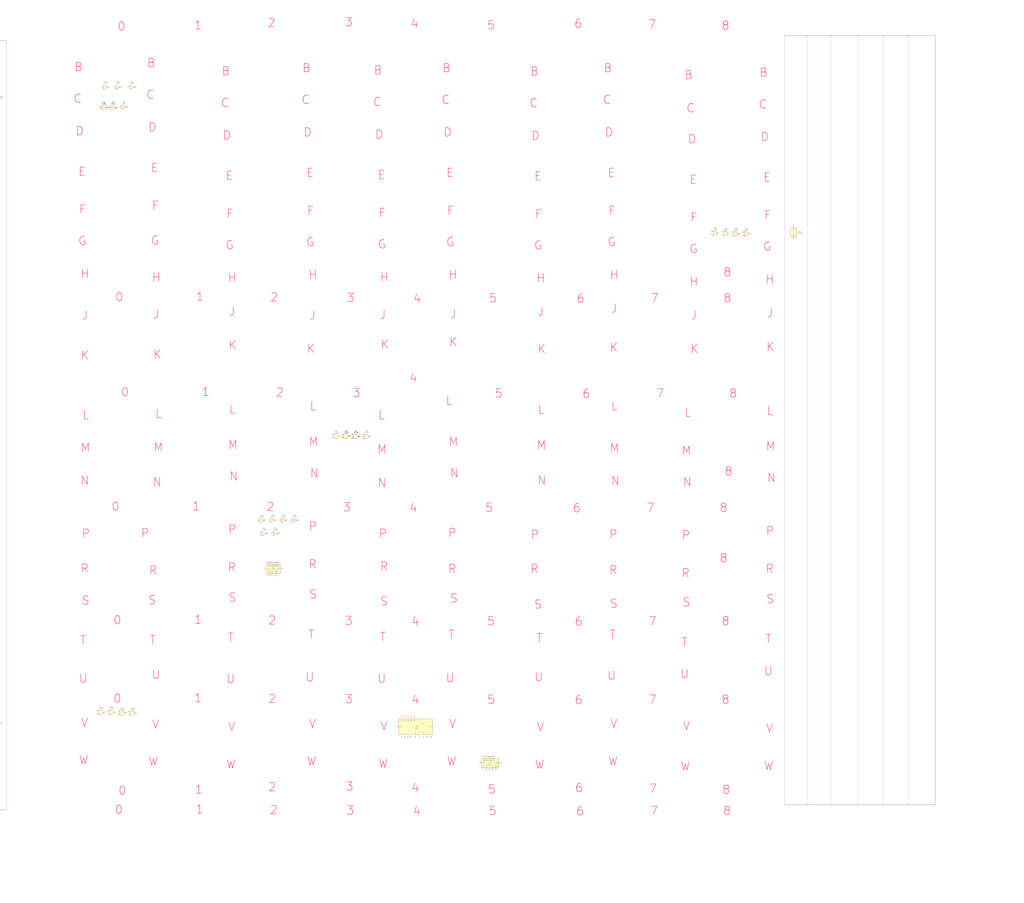
<source format=kicad_sch>
(kicad_sch (version 20230121) (generator eeschema)
  (paper "User" 1700 1500)
  (junction (at 1466.215 59.69))
  (junction (at 1466.215 1336.675))
  (junction (at 1423.67 59.69))
  (junction (at 1339.85 1336.675))
  (junction (at 1423.67 1336.675))
  (junction (at 1508.125 59.69))
  (junction (at 1379.22 1336.675))
  (junction (at -110.49 67.945))
  (junction (at -110.49 1344.93))
  (junction (at -26.67 67.945))
  (junction (at -26.67 1344.93))
  (junction (at -66.04 67.945))
  (junction (at 1339.85 59.69))
  (junction (at 1379.22 59.69))
  (junction (at -66.04 1344.93))
  (junction (at -153.035 67.945))
  (junction (at -153.035 1344.93))
  (junction (at -194.945 1344.93))
  (junction (at -194.945 67.945))
  (junction (at 1508.125 1336.675))
  (no_connect (at -421.005 452.755))
  (no_connect (at -380.365 452.755))
  (no_connect (at -459.105 465.455))
  (no_connect (at -556.895 452.755))
  (no_connect (at -428.625 452.755))
  (no_connect (at -597.535 465.455))
  (no_connect (at -436.245 465.455))
  (no_connect (at -589.915 452.755))
  (no_connect (at -426.085 465.455))
  (no_connect (at -567.055 452.755))
  (no_connect (at -370.205 452.755))
  (no_connect (at -451.485 452.755))
  (no_connect (at -549.275 452.755))
  (no_connect (at -372.745 465.455))
  (no_connect (at -446.405 465.455))
  (no_connect (at -589.915 465.455))
  (no_connect (at -385.445 452.755))
  (no_connect (at -587.375 452.755))
  (no_connect (at -561.975 452.755))
  (no_connect (at -367.665 465.455))
  (no_connect (at -466.725 452.755))
  (no_connect (at -451.485 465.455))
  (no_connect (at -461.645 452.755))
  (no_connect (at -370.205 465.455))
  (no_connect (at -600.075 465.455))
  (no_connect (at -559.435 452.755))
  (no_connect (at -400.685 465.455))
  (no_connect (at -466.725 465.455))
  (no_connect (at -582.295 452.755))
  (no_connect (at -471.805 465.455))
  (no_connect (at -602.615 452.755))
  (no_connect (at -584.835 452.755))
  (no_connect (at -372.745 452.755))
  (no_connect (at -582.295 465.455))
  (no_connect (at -456.565 465.455))
  (no_connect (at -446.405 452.755))
  (no_connect (at -605.155 465.455))
  (no_connect (at -431.165 465.455))
  (no_connect (at -443.865 465.455))
  (no_connect (at -554.355 452.755))
  (no_connect (at -464.185 465.455))
  (no_connect (at -597.535 452.755))
  (no_connect (at -456.565 452.755))
  (no_connect (at -387.985 465.455))
  (no_connect (at -454.025 452.755))
  (no_connect (at -385.445 465.455))
  (no_connect (at -393.065 465.455))
  (no_connect (at -474.345 465.455))
  (no_connect (at -365.125 465.455))
  (no_connect (at -594.995 452.755))
  (no_connect (at -503.555 465.455))
  (no_connect (at -605.155 452.755))
  (no_connect (at -569.595 452.755))
  (no_connect (at -395.605 452.755))
  (no_connect (at -423.545 452.755))
  (no_connect (at -592.455 452.755))
  (no_connect (at -587.375 465.455))
  (no_connect (at -426.085 452.755))
  (no_connect (at -433.705 465.455))
  (no_connect (at -592.455 465.455))
  (no_connect (at -469.265 465.455))
  (no_connect (at -418.465 465.455))
  (no_connect (at -428.625 465.455))
  (no_connect (at -574.675 465.455))
  (no_connect (at -521.335 465.455))
  (no_connect (at -579.755 465.455))
  (no_connect (at -572.135 452.755))
  (no_connect (at -474.345 452.755))
  (no_connect (at -367.665 452.755))
  (no_connect (at -377.825 452.755))
  (no_connect (at -375.285 452.755))
  (no_connect (at -398.145 465.455))
  (no_connect (at -421.005 465.455))
  (no_connect (at -607.695 452.755))
  (no_connect (at -454.025 465.455))
  (no_connect (at -375.285 465.455))
  (no_connect (at -395.605 465.455))
  (no_connect (at -448.945 465.455))
  (no_connect (at -476.885 465.455))
  (no_connect (at -584.835 465.455))
  (no_connect (at -461.645 465.455))
  (no_connect (at -377.825 465.455))
  (no_connect (at -521.335 452.755))
  (no_connect (at -600.075 452.755))
  (no_connect (at -602.615 465.455))
  (no_connect (at -398.145 452.755))
  (no_connect (at -400.685 452.755))
  (no_connect (at -431.165 452.755))
  (no_connect (at -476.885 452.755))
  (no_connect (at -479.425 452.755))
  (no_connect (at -387.985 452.755))
  (no_connect (at -574.675 452.755))
  (no_connect (at -594.995 465.455))
  (no_connect (at -579.755 452.755))
  (no_connect (at -551.815 452.755))
  (no_connect (at -390.525 465.455))
  (no_connect (at -610.235 452.755))
  (no_connect (at -612.775 452.755))
  (no_connect (at -564.515 452.755))
  (no_connect (at -610.235 465.455))
  (wire (pts (xy 1466.215 1336.675) (xy 1508.125 1336.675)))
  (wire (pts (xy -66.04 1344.93) (xy -26.67 1344.93)))
  (wire (pts (xy 1423.67 1336.675) (xy 1423.67 59.69)))
  (wire (pts (xy -110.49 1344.93) (xy -66.04 1344.93)))
  (wire (pts (xy 1339.85 1336.675) (xy 1339.85 59.69)))
  (wire (pts (xy 1339.85 59.69) (xy 1302.385 59.69)))
  (wire (pts (xy 1508.125 1336.675) (xy 1508.125 59.69)))
  (wire (pts (xy 1339.85 1336.675) (xy 1379.22 1336.675)))
  (wire (pts (xy 1379.22 1336.675) (xy 1423.67 1336.675)))
  (wire (pts (xy 1508.125 59.69) (xy 1466.215 59.69)))
  (wire (pts (xy 1302.385 1336.675) (xy 1339.85 1336.675)))
  (wire (pts (xy 1466.215 1336.675) (xy 1466.215 59.69)))
  (wire (pts (xy 1466.215 59.69) (xy 1423.67 59.69)))
  (wire (pts (xy 1552.575 1336.675) (xy 1552.575 59.69)))
  (wire (pts (xy -239.395 1344.93) (xy -194.945 1344.93)))
  (wire (pts (xy 1379.22 59.69) (xy 1339.85 59.69)))
  (wire (pts (xy -66.04 67.945) (xy -110.49 67.945)))
  (wire (pts (xy 1423.67 59.69) (xy 1379.22 59.69)))
  (wire (pts (xy -153.035 67.945) (xy -153.035 1344.93)))
  (wire (pts (xy -194.945 1344.93) (xy -153.035 1344.93)))
  (wire (pts (xy -194.945 67.945) (xy -239.395 67.945)))
  (wire (pts (xy -239.395 67.945) (xy -239.395 1344.93)))
  (wire (pts (xy -110.49 67.945) (xy -110.49 1344.93)))
  (wire (pts (xy -153.035 1344.93) (xy -110.49 1344.93)))
  (wire (pts (xy -26.67 67.945) (xy -26.67 1344.93)))
  (wire (pts (xy -194.945 67.945) (xy -194.945 1344.93)))
  (wire (pts (xy 1379.22 1336.675) (xy 1379.22 59.69)))
  (wire (pts (xy -110.49 67.945) (xy -153.035 67.945)))
  (wire (pts (xy -26.67 1344.93) (xy 10.795 1344.93)))
  (wire (pts (xy 1423.67 1336.675) (xy 1466.215 1336.675)))
  (wire (pts (xy 10.795 67.945) (xy -26.67 67.945)))
  (wire (pts (xy 1552.575 59.69) (xy 1508.125 59.69)))
  (wire (pts (xy -66.04 67.945) (xy -66.04 1344.93)))
  (wire (pts (xy -26.67 67.945) (xy -66.04 67.945)))
  (wire (pts (xy 1508.125 1336.675) (xy 1552.575 1336.675)))
  (wire (pts (xy -153.035 67.945) (xy -194.945 67.945)))
  (rectangle (start -239.395 67.945) (end 10.795 1344.93))
  (rectangle (start 1552.575 1336.675) (end 1302.385 59.69))
  (text "7" (at 1090.295 1040.13 0) (effects (font (size 14 14) (thickness 0.6) bold) (justify right bottom)))
  (text "U" (at 390.525 1136.015 0) (effects (font (size 14 14) (thickness 0.6) bold) (justify right bottom)))
  (text "7" (at 1102.995 661.67 0) (effects (font (size 14 14) (thickness 0.6) bold) (justify right bottom)))
  (text "B" (at 635 125.095 0) (effects (font (size 14 14) (thickness 0.6) bold) (justify right bottom)))
  (text "W" (at 1146.175 1280.795 0) (effects (font (size 14 14) (thickness 0.6) bold) (justify right bottom)))
  (text "G" (at 388.62 415.29 0) (effects (font (size 14 14) (thickness 0.6) bold) (justify right bottom)))
  (text "C" (at 1015.365 173.99 0) (effects (font (size 14 14) (thickness 0.6) bold) (justify right bottom)))
  (text "E" (at 899.795 300.99 0) (effects (font (size 14 14) (thickness 0.6) bold) (justify right bottom)))
  (text "K" (at 646.43 580.39 0) (effects (font (size 14 14) (thickness 0.6) bold) (justify right bottom)))
  (text "G" (at 1158.875 421.64 0) (effects (font (size 14 14) (thickness 0.6) bold) (justify right bottom)))
  (text "0" (at 204.47 1353.185 0) (effects (font (size 14 14) (thickness 0.6) bold) (justify right bottom)))
  (text "J" (at 641.35 531.495 0) (effects (font (size 14 14) (thickness 0.6) bold) (justify right bottom)))
  (text "E" (at 1157.605 306.705 0) (effects (font (size 14 14) (thickness 0.6) bold) (justify right bottom)))
  (text "1" (at 338.455 1352.55 0) (effects (font (size 14 14) (thickness 0.6) bold) (justify right bottom)))
  (text "5" (at 825.5 503.555 0) (effects (font (size 14 14) (thickness 0.6) bold) (justify right bottom)))
  (text "6" (at 965.835 1557.655 0) (effects (font (size 14 14) (thickness 0.6) bold) (justify right bottom)))
  (text "1" (at 334.01 1554.48 0) (effects (font (size 14 14) (thickness 0.6) bold) (justify right bottom)))
  (text "8" (at 1212.85 1320.165 0) (effects (font (size 14 14) (thickness 0.6) bold) (justify right bottom)))
  (text "N" (at 907.415 806.45 0) (effects (font (size 14 14) (thickness 0.6) bold) (justify right bottom)))
  (text "8" (at 1208.405 851.535 0) (effects (font (size 14 14) (thickness 0.6) bold) (justify right bottom)))
  (text "3" (at 598.805 661.035 0) (effects (font (size 14 14) (thickness 0.6) bold) (justify right bottom)))
  (text "W" (at 644.525 1276.35 0) (effects (font (size 14 14) (thickness 0.6) bold) (justify right bottom)))
  (text "5" (at 820.42 1557.02 0) (effects (font (size 14 14) (thickness 0.6) bold) (justify right bottom)))
  (text "T" (at 522.605 1062.355 0) (effects (font (size 14 14) (thickness 0.6) bold) (justify right bottom)))
  (text "8" (at 1224.28 661.67 0) (effects (font (size 14 14) (thickness 0.6) bold) (justify right bottom)))
  (text "K" (at 1026.795 585.47 0) (effects (font (size 14 14) (thickness 0.6) bold) (justify right bottom)))
  (text "D" (at 384.175 233.045 0) (effects (font (size 14 14) (thickness 0.6) bold) (justify right bottom)))
  (text "T" (at 1022.985 1062.355 0) (effects (font (size 14 14) (thickness 0.6) bold) (justify right bottom)))
  (text "7" (at 1093.47 503.555 0) (effects (font (size 14 14) (thickness 0.6) bold) (justify right bottom)))
  (text "7" (at 1092.835 1355.09 0) (effects (font (size 14 14) (thickness 0.6) bold) (justify right bottom)))
  (text "L" (at 269.24 695.96 0) (effects (font (size 14 14) (thickness 0.6) bold) (justify right bottom)))
  (text "F" (at 900.43 363.855 0) (effects (font (size 14 14) (thickness 0.6) bold) (justify right bottom)))
  (text "H" (at 1159.51 476.25 0) (effects (font (size 14 14) (thickness 0.6) bold) (justify right bottom)))
  (text "S" (at 1026.16 1010.92 0) (effects (font (size 14 14) (thickness 0.6) bold) (justify right bottom)))
  (text "F" (at 1022.35 358.14 0) (effects (font (size 14 14) (thickness 0.6) bold) (justify right bottom)))
  (text "E" (at 1021.715 295.275 0) (effects (font (size 14 14) (thickness 0.6) bold) (justify right bottom)))
  (text "1" (at 348.615 659.13 0) (effects (font (size 14 14) (thickness 0.6) bold) (justify right bottom)))
  (text "8" (at 1216.66 791.21 0) (effects (font (size 14 14) (thickness 0.6) bold) (justify right bottom)))
  (text "6" (at 967.74 1040.765 0) (effects (font (size 14 14) (thickness 0.6) bold) (justify right bottom)))
  (text "J" (at 903.605 526.415 0) (effects (font (size 14 14) (thickness 0.6) bold) (justify right bottom)))
  (text "6" (at 970.28 1355.725 0) (effects (font (size 14 14) (thickness 0.6) bold) (justify right bottom)))
  (text "M" (at 150.495 751.84 0) (effects (font (size 14 14) (thickness 0.6) bold) (justify right bottom)))
  (text "R" (at 261.62 955.675 0) (effects (font (size 14 14) (thickness 0.6) bold) (justify right bottom)))
  (text "M" (at 907.415 748.03 0) (effects (font (size 14 14) (thickness 0.6) bold) (justify right bottom)))
  (text "V" (at 391.16 1215.39 0) (effects (font (size 14 14) (thickness 0.6) bold) (justify right bottom)))
  (text "N" (at 148.59 806.45 0) (effects (font (size 14 14) (thickness 0.6) bold) (justify right bottom)))
  (text "6" (at 970.915 504.19 0) (effects (font (size 14 14) (thickness 0.6) bold) (justify right bottom)))
  (text "1" (at 335.915 1037.59 0) (effects (font (size 14 14) (thickness 0.6) bold) (justify right bottom)))
  (text "7" (at 1090.295 1170.305 0) (effects (font (size 14 14) (thickness 0.6) bold) (justify right bottom)))
  (text "B" (at 1275.08 128.905 0) (effects (font (size 14 14) (thickness 0.6) bold) (justify right bottom)))
  (text "C" (at 514.985 173.99 0) (effects (font (size 14 14) (thickness 0.6) bold) (justify right bottom)))
  (text "L" (at 1026.16 683.26 0) (effects (font (size 14 14) (thickness 0.6) bold) (justify right bottom)))
  (text "3" (at 584.2 1556.385 0) (effects (font (size 14 14) (thickness 0.6) bold) (justify right bottom)))
  (text "S" (at 149.225 1005.84 0) (effects (font (size 14 14) (thickness 0.6) bold) (justify right bottom)))
  (text "T" (at 641.35 1066.165 0) (effects (font (size 14 14) (thickness 0.6) bold) (justify right bottom)))
  (text "S" (at 527.05 995.68 0) (effects (font (size 14 14) (thickness 0.6) bold) (justify right bottom)))
  (text "1" (at 332.74 848.995 0) (effects (font (size 14 14) (thickness 0.6) bold) (justify right bottom)))
  (text "0" (at 198.755 849.63 0) (effects (font (size 14 14) (thickness 0.6) bold) (justify right bottom)))
  (text "L" (at 751.84 673.735 0) (effects (font (size 14 14) (thickness 0.6) bold) (justify right bottom)))
  (text "K" (at 906.78 588.01 0) (effects (font (size 14 14) (thickness 0.6) bold) (justify right bottom)))
  (text "1" (at 335.915 50.165 0) (effects (font (size 14 14) (thickness 0.6) bold) (justify right bottom)))
  (text "5" (at 835.025 661.67 0) (effects (font (size 14 14) (thickness 0.6) bold) (justify right bottom)))
  (text "R" (at 392.43 950.595 0) (effects (font (size 14 14) (thickness 0.6) bold) (justify right bottom)))
  (text "M" (at 761.365 742.315 0) (effects (font (size 14 14) (thickness 0.6) bold) (justify right bottom)))
  (text "N" (at 641.985 810.26 0) (effects (font (size 14 14) (thickness 0.6) bold) (justify right bottom)))
  (text "2" (at 459.105 1169.035 0) (effects (font (size 14 14) (thickness 0.6) bold) (justify right bottom)))
  (text "C" (at 1273.81 181.61 0) (effects (font (size 14 14) (thickness 0.6) bold) (justify right bottom)))
  (text "0" (at 214.63 659.765 0) (effects (font (size 14 14) (thickness 0.6) bold) (justify right bottom)))
  (text "J" (at 1283.97 528.32 0) (effects (font (size 14 14) (thickness 0.6) bold) (justify right bottom)))
  (text "K" (at 1286.51 584.2 0) (effects (font (size 14 14) (thickness 0.6) bold) (justify right bottom)))
  (text "B" (at 137.795 119.38 0) (effects (font (size 14 14) (thickness 0.6) bold) (justify right bottom)))
  (text "2" (at 471.805 660.4 0) (effects (font (size 14 14) (thickness 0.6) bold) (justify right bottom)))
  (text "2" (at 455.93 850.265 0) (effects (font (size 14 14) (thickness 0.6) bold) (justify right bottom)))
  (text "P" (at 1025.525 895.985 0) (effects (font (size 14 14) (thickness 0.6) bold) (justify right bottom)))
  (text "U" (at 1022.985 1130.3 0) (effects (font (size 14 14) (thickness 0.6) bold) (justify right bottom)))
  (text "R" (at 1025.525 955.04 0) (effects (font (size 14 14) (thickness 0.6) bold) (justify right bottom)))
  (text "V" (at 903.605 1216.025 0) (effects (font (size 14 14) (thickness 0.6) bold) (justify right bottom)))
  (text "M" (at 271.145 751.84 0) (effects (font (size 14 14) (thickness 0.6) bold) (justify right bottom)))
  (text "F" (at 754.38 358.14 0) (effects (font (size 14 14) (thickness 0.6) bold) (justify right bottom)))
  (text "V" (at 1283.97 1217.93 0) (effects (font (size 14 14) (thickness 0.6) bold) (justify right bottom)))
  (text "V" (at 643.89 1214.12 0) (effects (font (size 14 14) (thickness 0.6) bold) (justify right bottom)))
  (text "4" (at 694.69 1557.655 0) (effects (font (size 14 14) (thickness 0.6) bold) (justify right bottom)))
  (text "H" (at 148.59 462.915 0) (effects (font (size 14 14) (thickness 0.6) bold) (justify right bottom)))
  (text "G" (at 1022.985 410.21 0) (effects (font (size 14 14) (thickness 0.6) bold) (justify right bottom)))
  (text "K" (at 1160.145 588.01 0) (effects (font (size 14 14) (thickness 0.6) bold) (justify right bottom)))
  (text "1" (at 335.915 1167.765 0) (effects (font (size 14 14) (thickness 0.6) bold) (justify right bottom)))
  (text "R" (at 1145.54 960.12 0) (effects (font (size 14 14) (thickness 0.6) bold) (justify right bottom)))
  (text "H" (at 645.795 468.63 0) (effects (font (size 14 14) (thickness 0.6) bold) (justify right bottom)))
  (text "U" (at 1283.335 1122.68 0) (effects (font (size 14 14) (thickness 0.6) bold) (justify right bottom)))
  (text "B" (at 1016.635 121.285 0) (effects (font (size 14 14) (thickness 0.6) bold) (justify right bottom)))
  (text "E" (at 263.525 287.02 0) (effects (font (size 14 14) (thickness 0.6) bold) (justify right bottom)))
  (text "0" (at 201.93 1038.225 0) (effects (font (size 14 14) (thickness 0.6) bold) (justify right bottom)))
  (text "8" (at 1211.58 1170.305 0) (effects (font (size 14 14) (thickness 0.6) bold) (justify right bottom)))
  (text "G" (at 755.015 410.21 0) (effects (font (size 14 14) (thickness 0.6) bold) (justify right bottom)))
  (text "R" (at 147.955 952.5 0) (effects (font (size 14 14) (thickness 0.6) bold) (justify right bottom)))
  (text "B" (at 894.715 127 0) (effects (font (size 14 14) (thickness 0.6) bold) (justify right bottom)))
  (text "N" (at 1148.715 808.99 0) (effects (font (size 14 14) (thickness 0.6) bold) (justify right bottom)))
  (text "N" (at 1029.335 807.085 0) (effects (font (size 14 14) (thickness 0.6) bold) (justify right bottom)))
  (text "S" (at 259.715 1005.205 0) (effects (font (size 14 14) (thickness 0.6) bold) (justify right bottom)))
  (text "K" (at 268.605 596.9 0) (effects (font (size 14 14) (thickness 0.6) bold) (justify right bottom)))
  (text "T" (at 259.08 1071.245 0) (effects (font (size 14 14) (thickness 0.6) bold) (justify right bottom)))
  (text "7" (at 1088.39 1557.02 0) (effects (font (size 14 14) (thickness 0.6) bold) (justify right bottom)))
  (text "K" (at 523.875 587.375 0) (effects (font (size 14 14) (thickness 0.6) bold) (justify right bottom)))
  (text "H" (at 759.46 464.82 0) (effects (font (size 14 14) (thickness 0.6) bold) (justify right bottom)))
  (text "D" (at 750.57 227.965 0) (effects (font (size 14 14) (thickness 0.6) bold) (justify right bottom)))
  (text "B" (at 516.255 121.285 0) (effects (font (size 14 14) (thickness 0.6) bold) (justify right bottom)))
  (text "4" (at 693.42 852.17 0) (effects (font (size 14 14) (thickness 0.6) bold) (justify right bottom)))
  (text "W" (at 525.78 1272.54 0) (effects (font (size 14 14) (thickness 0.6) bold) (justify right bottom)))
  (text "L" (at 525.78 683.26 0) (effects (font (size 14 14) (thickness 0.6) bold) (justify right bottom)))
  (text "T" (at 901.065 1068.07 0) (effects (font (size 14 14) (thickness 0.6) bold) (justify right bottom)))
  (text "N" (at 1288.415 802.005 0) (effects (font (size 14 14) (thickness 0.6) bold) (justify right bottom)))
  (text "H" (at 267.335 469.265 0) (effects (font (size 14 14) (thickness 0.6) bold) (justify right bottom)))
  (text "B" (at 382.27 126.365 0) (effects (font (size 14 14) (thickness 0.6) bold) (justify right bottom)))
  (text "1" (at 339.09 501.015 0) (effects (font (size 14 14) (thickness 0.6) bold) (justify right bottom)))
  (text "8" (at 1211.58 1040.13 0) (effects (font (size 14 14) (thickness 0.6) bold) (justify right bottom)))
  (text "U" (at 902.335 1132.84 0) (effects (font (size 14 14) (thickness 0.6) bold) (justify right bottom)))
  (text "F" (at 1158.24 369.57 0) (effects (font (size 14 14) (thickness 0.6) bold) (justify right bottom)))
  (text "5" (at 822.325 50.165 0) (effects (font (size 14 14) (thickness 0.6) bold) (justify right bottom)))
  (text "4" (at 696.595 1040.765 0) (effects (font (size 14 14) (thickness 0.6) bold) (justify right bottom)))
  (text "E" (at 521.335 295.275 0) (effects (font (size 14 14) (thickness 0.6) bold) (justify right bottom)))
  (text "W" (at 1284.605 1280.16 0) (effects (font (size 14 14) (thickness 0.6) bold) (justify right bottom)))
  (text "M" (at 642.62 755.015 0) (effects (font (size 14 14) (thickness 0.6) bold) (justify right bottom)))
  (text "S" (at 644.525 1007.11 0) (effects (font (size 14 14) (thickness 0.6) bold) (justify right bottom)))
  (text "W" (at 904.24 1278.255 0) (effects (font (size 14 14) (thickness 0.6) bold) (justify right bottom)))
  (text "3" (at 588.645 1354.455 0) (effects (font (size 14 14) (thickness 0.6) bold) (justify right bottom)))
  (text "SLOT 15 DISK OR IO" (at -654.685 457.835 0) (effects (font (size 2 2) (thickness 0.4) bold) (justify left bottom)))
  (text "S" (at 760.73 1002.03 0) (effects (font (size 14 14) (thickness 0.6) bold) (justify right bottom)))
  (text "4" (at 699.135 1355.725 0) (effects (font (size 14 14) (thickness 0.6) bold) (justify right bottom)))
  (text "K" (at 760.095 576.58 0) (effects (font (size 14 14) (thickness 0.6) bold) (justify right bottom)))
  (text "T" (at 1142.365 1075.055 0) (effects (font (size 14 14) (thickness 0.6) bold) (justify right bottom)))
  (text "E" (at 142.875 293.37 0) (effects (font (size 14 14) (thickness 0.6) bold) (justify right bottom)))
  (text "6" (at 967.74 1170.94 0) (effects (font (size 14 14) (thickness 0.6) bold) (justify right bottom)))
  (text "2" (at 462.28 502.285 0) (effects (font (size 14 14) (thickness 0.6) bold) (justify right bottom)))
  (text "N" (at 529.59 794.385 0) (effects (font (size 14 14) (thickness 0.6) bold) (justify right bottom)))
  (text "P" (at 1285.875 890.27 0) (effects (font (size 14 14) (thickness 0.6) bold) (justify right bottom)))
  (text "E" (at 640.08 299.085 0) (effects (font (size 14 14) (thickness 0.6) bold) (justify right bottom)))
  (text "E" (at 753.745 295.275 0) (effects (font (size 14 14) (thickness 0.6) bold) (justify right bottom)))
  (text "W" (at 262.89 1272.54 0) (effects (font (size 14 14) (thickness 0.6) bold) (justify right bottom)))
  (text "P" (at 248.285 894.08 0) (effects (font (size 14 14) (thickness 0.6) bold) (justify right bottom)))
  (text "0" (at 201.93 1168.4 0) (effects (font (size 14 14) (thickness 0.6) bold) (justify right bottom)))
  (text "3" (at 586.105 1169.67 0) (effects (font (size 14 14) (thickness 0.6) bold) (justify right bottom)))
  (text "D" (at 1156.335 239.395 0) (effects (font (size 14 14) (thickness 0.6) bold) (justify right bottom)))
  (text "G" (at 264.795 407.67 0) (effects (font (size 14 14) (thickness 0.6) bold) (justify right bottom)))
  (text "D" (at 139.7 226.06 0) (effects (font (size 14 14) (thickness 0.6) bold) (justify right bottom)))
  (text "H" (at 905.51 470.535 0) (effects (font (size 14 14) (thickness 0.6) bold) (justify right bottom)))
  (text "M" (at 528.955 742.315 0) (effects (font (size 14 14) (thickness 0.6) bold) (justify right bottom)))
  (text "U" (at 1144.27 1127.76 0) (effects (font (size 14 14) (thickness 0.6) bold) (justify right bottom)))
  (text "K" (at 148.59 598.17 0) (effects (font (size 14 14) (thickness 0.6) bold) (justify right bottom)))
  (text "2" (at 459.105 1038.86 0) (effects (font (size 14 14) (thickness 0.6) bold) (justify right bottom)))
  (text "0" (at 210.185 1321.435 0) (effects (font (size 14 14) (thickness 0.6) bold) (justify right bottom)))
  (text "1" (at 337.185 1319.53 0) (effects (font (size 14 14) (thickness 0.6) bold) (justify right bottom)))
  (text "J" (at 1025.525 520.7 0) (effects (font (size 14 14) (thickness 0.6) bold) (justify right bottom)))
  (text "L" (at 639.445 697.865 0) (effects (font (size 14 14) (thickness 0.6) bold) (justify right bottom)))
  (text "E" (at 387.35 300.355 0) (effects (font (size 14 14) (thickness 0.6) bold) (justify right bottom)))
  (text "2" (at 457.2 1555.75 0) (effects (font (size 14 14) (thickness 0.6) bold) (justify right bottom)))
  (text "J" (at 1157.605 532.13 0) (effects (font (size 14 14) (thickness 0.6) bold) (justify right bottom)))
  (text "B" (at 1150.62 132.715 0) (effects (font (size 14 14) (thickness 0.6) bold) (justify right bottom)))
  (text "C" (at 893.445 179.705 0) (effects (font (size 14 14) (thickness 0.6) bold) (justify right bottom)))
  (text "W" (at 147.32 1270.635 0) (effects (font (size 14 14) (thickness 0.6) bold) (justify right bottom)))
  (text "8" (at 1214.12 1355.09 0) (effects (font (size 14 14) (thickness 0.6) bold) (justify right bottom)))
  (text "L" (at 391.795 688.34 0) (effects (font (size 14 14) (thickness 0.6) bold) (justify right bottom)))
  (text "F" (at 1280.795 365.76 0) (effects (font (size 14 14) (thickness 0.6) bold) (justify right bottom)))
  (text "7" (at 1087.12 851.535 0) (effects (font (size 14 14) (thickness 0.6) bold) (justify right bottom)))
  (text "G" (at 144.145 408.305 0) (effects (font (size 14 14) (thickness 0.6) bold) (justify right bottom)))
  (text "6" (at 964.565 852.17 0) (effects (font (size 14 14) (thickness 0.6) bold) (justify right bottom)))
  (text "J" (at 758.19 530.225 0) (effects (font (size 14 14) (thickness 0.6) bold) (justify right bottom)))
  (text "C" (at 633.73 177.8 0) (effects (font (size 14 14) (thickness 0.6) bold) (justify right bottom)))
  (text "C" (at 747.395 173.99 0) (effects (font (size 14 14) (thickness 0.6) bold) (justify right bottom)))
  (text "U" (at 266.7 1129.03 0) (effects (font (size 14 14) (thickness 0.6) bold) (justify right bottom)))
  (text "M" (at 1028.7 753.11 0) (effects (font (size 14 14) (thickness 0.6) bold) (justify right bottom)))
  (text "4" (at 696.595 1316.99 0) (effects (font (size 14 14) (thickness 0.6) bold) (justify right bottom)))
  (text "F" (at 143.51 356.235 0) (effects (font (size 14 14) (thickness 0.6) bold) (justify right bottom)))
  (text "G" (at 1281.43 417.83 0) (effects (font (size 14 14) (thickness 0.6) bold) (justify right bottom)))
  (text "V" (at 757.555 1210.31 0) (effects (font (size 14 14) (thickness 0.6) bold) (justify right bottom)))
  (text "4" (at 696.595 1170.94 0) (effects (font (size 14 14) (thickness 0.6) bold) (justify right bottom)))
  (text "J" (at 146.685 532.13 0) (effects (font (size 14 14) (thickness 0.6) bold) (justify right bottom)))
  (text "7" (at 1090.93 1318.26 0) (effects (font (size 14 14) (thickness 0.6) bold) (justify right bottom)))
  (text "B" (at 748.665 121.285 0) (effects (font (size 14 14) (thickness 0.6) bold) (justify right bottom)))
  (text "P" (at 1146.175 897.255 0) (effects (font (size 14 14) (thickness 0.6) bold) (justify right bottom)))
  (text "J" (at 524.51 532.13 0) (effects (font (size 14 14) (thickness 0.6) bold) (justify right bottom)))
  (text "C" (at 257.175 165.735 0) (effects (font (size 14 14) (thickness 0.6) bold) (justify right bottom)))
  (text "P" (at 527.05 882.65 0) (effects (font (size 14 14) (thickness 0.6) bold) (justify right bottom)))
  (text "R" (at 894.715 953.135 0) (effects (font (size 14 14) (thickness 0.6) bold) (justify right bottom)))
  (text "C" (at 1153.795 187.96 0) (effects (font (size 14 14) (thickness 0.6) bold) (justify right bottom)))
  (text "R" (at 1285.24 953.135 0) (effects (font (size 14 14) (thickness 0.6) bold) (justify right bottom)))
  (text "N" (at 268.605 808.99 0) (effects (font (size 14 14) (thickness 0.6) bold) (justify right bottom)))
  (text "2" (at 459.105 1315.72 0) (effects (font (size 14 14) (thickness 0.6) bold) (justify right bottom)))
  (text "N" (at 762 794.385 0) (effects (font (size 14 14) (thickness 0.6) bold) (justify right bottom)))
  (text "D" (at 636.905 231.775 0) (effects (font (size 14 14) (thickness 0.6) bold) (justify right bottom)))
  (text "H" (at 527.05 464.82 0) (effects (font (size 14 14) (thickness 0.6) bold) (justify right bottom)))
  (text "8" (at 1209.675 1557.02 0) (effects (font (size 14 14) (thickness 0.6) bold) (justify right bottom)))
  (text "U" (at 521.97 1133.475 0) (effects (font (size 14 14) (thickness 0.6) bold) (justify right bottom)))
  (text "6" (at 968.375 1316.99 0) (effects (font (size 14 14) (thickness 0.6) bold) (justify right bottom)))
  (text "M" (at 394.97 747.395 0) (effects (font (size 14 14) (thickness 0.6) bold) (justify right bottom)))
  (text "P" (at 149.86 894.715 0) (effects (font (size 14 14) (thickness 0.6) bold) (justify right bottom)))
  (text "B" (at 258.445 113.03 0) (effects (font (size 14 14) (thickness 0.6) bold) (justify right bottom)))
  (text "U" (at 755.015 1134.745 0) (effects (font (size 14 14) (thickness 0.6) bold) (justify right bottom)))
  (text "8" (at 1214.755 503.555 0) (effects (font (size 14 14) (thickness 0.6) bold) (justify right bottom)))
  (text "4" (at 699.77 504.19 0) (effects (font (size 14 14) (thickness 0.6) bold) (justify right bottom)))
  (text "L" (at 1148.08 694.055 0) (effects (font (size 14 14) (thickness 0.6) bold) (justify right bottom)))
  (text "P" (at 393.065 887.73 0) (effects (font (size 14 14) (thickness 0.6) bold) (justify right bottom)))
  (text "H" (at 1027.43 464.82 0) (effects (font (size 14 14) (thickness 0.6) bold) (justify right bottom)))
  (text "M" (at 1287.78 749.935 0) (effects (font (size 14 14) (thickness 0.6) bold) (justify right bottom)))
  (text "S" (at 393.065 1000.76 0) (effects (font (size 14 14) (thickness 0.6) bold) (justify right bottom)))
  (text "D" (at 1276.985 235.585 0) (effects (font (size 14 14) (thickness 0.6) bold) (justify right bottom)))
  (text "T" (at 143.51 1071.88 0) (effects (font (size 14 14) (thickness 0.6) bold) (justify right bottom)))
  (text "F" (at 640.715 361.95 0) (effects (font (size 14 14) (thickness 0.6) bold) (justify right bottom)))
  (text "5" (at 822.325 1040.13 0) (effects (font (size 14 14) (thickness 0.6) bold) (justify right bottom)))
  (text "T" (at 755.015 1062.355 0) (effects (font (size 14 14) (thickness 0.6) bold) (justify right bottom)))
  (text "D" (at 518.16 227.965 0) (effects (font (size 14 14) (thickness 0.6) bold) (justify right bottom)))
  (text "8" (at 1208.405 935.355 0) (effects (font (size 14 14) (thickness 0.6) bold) (justify right bottom)))
  (text "0" (at 200.025 1555.115 0) (effects (font (size 14 14) (thickness 0.6) bold) (justify right bottom)))
  (text "F" (at 264.16 349.885 0) (effects (font (size 14 14) (thickness 0.6) bold) (justify right bottom)))
  (text "5" (at 824.865 1355.09 0) (effects (font (size 14 14) (thickness 0.6) bold) (justify right bottom)))
  (text "D" (at 260.35 219.71 0) (effects (font (size 14 14) (thickness 0.6) bold) (justify right bottom)))
  (text "P" (at 895.35 896.62 0) (effects (font (size 14 14) (thickness 0.6) bold) (justify right bottom)))
  (text "S" (at 1146.81 1008.38 0) (effects (font (size 14 14) (thickness 0.6) bold) (justify right bottom)))
  (text "2" (at 461.645 1353.82 0) (effects (font (size 14 14) (thickness 0.6) bold) (justify right bottom)))
  (text "S" (at 1285.875 1003.3 0) (effects (font (size 14 14) (thickness 0.6) bold) (justify right bottom)))
  (text "R" (at 526.415 945.515 0) (effects (font (size 14 14) (thickness 0.6) bold) (justify right bottom)))
  (text "S" (at 900.43 1012.19 0) (effects (font (size 14 14) (thickness 0.6) bold) (justify right bottom)))
  (text "5" (at 822.325 1170.305 0) (effects (font (size 14 14) (thickness 0.6) bold) (justify right bottom)))
  (text "E" (at 1280.16 302.895 0) (effects (font (size 14 14) (thickness 0.6) bold) (justify right bottom)))
  (text "W" (at 1026.16 1272.54 0) (effects (font (size 14 14) (thickness 0.6) bold) (justify right bottom)))
  (text "L" (at 148.59 697.865 0) (effects (font (size 14 14) (thickness 0.6) bold) (justify right bottom)))
  (text "5" (at 823.595 1319.53 0) (effects (font (size 14 14) (thickness 0.6) bold) (justify right bottom)))
  (text "T" (at 1281.43 1069.975 0) (effects (font (size 14 14) (thickness 0.6) bold) (justify right bottom)))
  (text "H" (at 393.065 469.9 0) (effects (font (size 14 14) (thickness 0.6) bold) (justify right bottom)))
  (text "7" (at 1089.66 48.895 0) (effects (font (size 14 14) (thickness 0.6) bold) (justify right bottom)))
  (text "J" (at 391.16 525.78 0) (effects (font (size 14 14) (thickness 0.6) bold) (justify right bottom)))
  (text "4" (at 693.42 636.27 0) (effects (font (size 14 14) (thickness 0.6) bold) (justify right bottom)))
  (text "V" (at 264.795 1211.58 0) (effects (font (size 14 14) (thickness 0.6) bold) (justify right bottom)))
  (text "V" (at 146.685 1208.405 0) (effects (font (size 14 14) (thickness 0.6) bold) (justify right bottom)))
  (text "J" (at 264.795 530.86 0) (effects (font (size 14 14) (thickness 0.6) bold) (justify right bottom)))
  (text "4" (at 695.325 47.625 0) (effects (font (size 14 14) (thickness 0.6) bold) (justify right bottom)))
  (text "6" (at 967.105 47.625 0) (effects (font (size 14 14) (thickness 0.6) bold) (justify right bottom)))
  (text "F" (at 521.97 358.14 0) (effects (font (size 14 14) (thickness 0.6) bold) (justify right bottom)))
  (text "G" (at 641.35 414.02 0) (effects (font (size 14 14) (thickness 0.6) bold) (justify right bottom)))
  (text "C" (at 136.525 172.085 0) (effects (font (size 14 14) (thickness 0.6) bold) (justify right bottom)))
  (text "G" (at 522.605 410.21 0) (effects (font (size 14 14) (thickness 0.6) bold) (justify right bottom)))
  (text "2" (at 457.835 46.355 0) (effects (font (size 14 14) (thickness 0.6) bold) (justify right bottom)))
  (text "C" (at 381 179.07 0) (effects (font (size 14 14) (thickness 0.6) bold) (justify right bottom)))
  (text "M" (at 1148.08 756.92 0) (effects (font (size 14 14) (thickness 0.6) bold) (justify right bottom)))
  (text "0" (at 208.915 52.07 0) (effects (font (size 14 14) (thickness 0.6) bold) (justify right bottom)))
  (text "8" (at 1214.755 460.375 0) (effects (font (size 14 14) (thickness 0.6) bold) (justify right bottom)))
  (text "P" (at 643.255 894.715 0) (effects (font (size 14 14) (thickness 0.6) bold) (justify right bottom)))
  (text "T" (at 388.62 1067.435 0) (effects (font (size 14 14) (thickness 0.6) bold) (justify right bottom)))
  (text "V" (at 525.145 1210.31 0) (effects (font (size 14 14) (thickness 0.6) bold) (justify right bottom)))
  (text "3" (at 586.105 1039.495 0) (effects (font (size 14 14) (thickness 0.6) bold) (justify right bottom)))
  (text "W" (at 391.795 1277.62 0) (effects (font (size 14 14) (thickness 0.6) bold) (justify right bottom)))
  (text "N" (at 395.605 799.465 0) (effects (font (size 14 14) (thickness 0.6) bold) (justify right bottom)))
  (text "G" (at 901.065 415.925 0) (effects (font (size 14 14) (thickness 0.6) bold) (justify right bottom)))
  (text "3" (at 586.105 45.085 0) (effects (font (size 14 14) (thickness 0.6) bold) (justify right bottom)))
  (text "K" (at 393.7 581.66 0) (effects (font (size 14 14) (thickness 0.6) bold) (justify right bottom)))
  (text "U" (at 641.35 1135.38 0) (effects (font (size 14 14) (thickness 0.6) bold) (justify right bottom)))
  (text "6" (at 980.44 662.305 0) (effects (font (size 14 14) (thickness 0.6) bold) (justify right bottom)))
  (text "L" (at 904.24 688.975 0) (effects (font (size 14 14) (thickness 0.6) bold) (justify right bottom)))
  (text "V" (at 1146.175 1214.12 0) (effects (font (size 14 14) (thickness 0.6) bold) (justify right bottom)))
  (text "W" (at 758.19 1272.54 0) (effects (font (size 14 14) (thickness 0.6) bold) (justify right bottom)))
  (text "D" (at 1018.54 227.965 0) (effects (font (size 14 14) (thickness 0.6) bold) (justify right bottom)))
  (text "P" (at 758.19 893.445 0) (effects (font (size 14 14) (thickness 0.6) bold) (justify right bottom)))
  (text "F" (at 387.985 363.22 0) (effects (font (size 14 14) (thickness 0.6) bold) (justify right bottom)))
  (text "U" (at 146.05 1135.38 0) (effects (font (size 14 14) (thickness 0.6) bold) (justify right bottom)))
  (text "D" (at 896.62 233.68 0) (effects (font (size 14 14) (thickness 0.6) bold) (justify right bottom)))
  (text "R" (at 758.19 953.135 0) (effects (font (size 14 14) (thickness 0.6) bold) (justify right bottom)))
  (text "0" (at 205.105 501.65 0) (effects (font (size 14 14) (thickness 0.6) bold) (justify right bottom)))
  (text "3" (at 589.28 502.92 0) (effects (font (size 14 14) (thickness 0.6) bold) (justify right bottom)))
  (text "8" (at 1211.58 50.8 0) (effects (font (size 14 14) (thickness 0.6) bold) (justify right bottom)))
  (text "H" (at 1285.875 472.44 0) (effects (font (size 14 14) (thickness 0.6) bold) (justify right bottom)))
  (text "L" (at 1284.605 690.88 0) (effects (font (size 14 14) (thickness 0.6) bold) (justify right bottom)))
  (text "R" (at 645.16 949.325 0) (effects (font (size 14 14) (thickness 0.6) bold) (justify right bottom)))
  (text "3" (at 582.93 850.9 0) (effects (font (size 14 14) (thickness 0.6) bold) (justify right bottom)))
  (text "5" (at 819.15 851.535 0) (effects (font (size 14 14) (thickness 0.6) bold) (justify right bottom)))
  (text "3" (at 587.375 1314.45 0) (effects (font (size 14 14) (thickness 0.6) bold) (justify right bottom)))
  (text "V" (at 1025.525 1210.31 0) (effects (font (size 14 14) (thickness 0.6) bold) (justify right bottom)))
  (global_label "+VINH" (shape input) (at -607.695 465.455 270) (property "Intersheetrefs" "${INTERSHEET_REFS}" (effects hide)))
  (global_label "TRK3" (shape input) (at -513.715 452.755 90) (property "Intersheetrefs" "${INTERSHEET_REFS}" (effects hide)))
  (global_label "CLK RDR" (shape input) (at -438.785 465.455 270) (property "Intersheetrefs" "${INTERSHEET_REFS}" (effects hide)))
  (global_label "~{DCHM0}" (shape input) (at -464.185 452.755 90) (property "Intersheetrefs" "${INTERSHEET_REFS}" (effects hide)))
  (global_label "DCHO" (shape input) (at -443.865 452.755 90) (property "Intersheetrefs" "${INTERSHEET_REFS}" (effects hide)))
  (global_label "TRK0" (shape input) (at -513.715 465.455 270) (property "Intersheetrefs" "${INTERSHEET_REFS}" (effects hide)))
  (global_label "+V TERM" (shape input) (at -469.265 452.755 90) (property "Intersheetrefs" "${INTERSHEET_REFS}" (effects hide)))
  (global_label "DISK WR DATA" (shape input) (at -528.955 452.755 90) (property "Intersheetrefs" "${INTERSHEET_REFS}" (effects hide)))
  (global_label "~{DATA2}" (shape input) (at -382.905 465.455 270) (property "Intersheetrefs" "${INTERSHEET_REFS}" (effects hide)))
  (global_label "WALLOUT" (shape input) (at -536.575 452.755 90) (property "Intersheetrefs" "${INTERSHEET_REFS}" (effects hide)))
  (global_label "~{INTP OUT}" (shape input) (at -498.475 452.755 90) (property "Intersheetrefs" "${INTERSHEET_REFS}" (effects hide)))
  (global_label "GND" (shape input) (at -484.505 465.455 270) (property "Intersheetrefs" "${INTERSHEET_REFS}" (effects hide)))
  (global_label "DATIB" (shape input) (at -567.055 465.455 270) (property "Intersheetrefs" "${INTERSHEET_REFS}" (effects hide)))
  (global_label "TRK4" (shape input) (at -506.095 452.755 90) (property "Intersheetrefs" "${INTERSHEET_REFS}" (effects hide)))
  (global_label "GND" (shape input) (at -617.855 465.455 270) (property "Intersheetrefs" "${INTERSHEET_REFS}" (effects hide)))
  (global_label "DISK PRES REQ" (shape input) (at -546.735 452.755 90) (property "Intersheetrefs" "${INTERSHEET_REFS}" (effects hide)))
  (global_label "~{DS5}" (shape input) (at -539.115 465.455 270) (property "Intersheetrefs" "${INTERSHEET_REFS}" (effects hide)))
  (global_label "+V TERM" (shape input) (at -471.805 452.755 90) (property "Intersheetrefs" "${INTERSHEET_REFS}" (effects hide)))
  (global_label "~{DS1}" (shape input) (at -534.035 465.455 270) (property "Intersheetrefs" "${INTERSHEET_REFS}" (effects hide)))
  (global_label "DATA RDR" (shape input) (at -441.325 465.455 270) (property "Intersheetrefs" "${INTERSHEET_REFS}" (effects hide)))
  (global_label "~{INTR}" (shape input) (at -448.945 452.755 90) (property "Intersheetrefs" "${INTERSHEET_REFS}" (effects hide)))
  (global_label "GND" (shape input) (at -617.855 452.755 90) (property "Intersheetrefs" "${INTERSHEET_REFS}" (effects hide)))
  (global_label "+VINH" (shape input) (at -380.365 465.455 270) (property "Intersheetrefs" "${INTERSHEET_REFS}" (effects hide)))
  (global_label "+5V" (shape input) (at -615.315 465.455 270) (property "Intersheetrefs" "${INTERSHEET_REFS}" (effects hide)))
  (global_label "Entrex Backplane S01B53 to S13B53" (shape input) (at -418.465 452.755 90) (effects (font (size 0.7 0.7))) (property "Intersheetrefs" "${INTERSHEET_REFS}" (effects hide)))
  (global_label "TRK6" (shape input) (at -526.415 452.755 90) (property "Intersheetrefs" "${INTERSHEET_REFS}" (effects hide)))
  (global_label "DISK NEW REQ" (shape input) (at -544.195 452.755 90) (property "Intersheetrefs" "${INTERSHEET_REFS}" (effects hide)))
  (global_label "IO RST" (shape input) (at -531.495 465.455 270) (property "Intersheetrefs" "${INTERSHEET_REFS}" (effects hide)))
  (global_label "~{MSKO}" (shape input) (at -572.135 465.455 270) (property "Intersheetrefs" "${INTERSHEET_REFS}" (effects hide)))
  (global_label "GND" (shape input) (at -493.395 452.755 90) (property "Intersheetrefs" "${INTERSHEET_REFS}" (effects hide)))
  (global_label "DISK2" (shape input) (at -516.255 452.755 90) (property "Intersheetrefs" "${INTERSHEET_REFS}" (effects hide)))
  (global_label "~{SELD}" (shape input) (at -518.795 465.455 270) (property "Intersheetrefs" "${INTERSHEET_REFS}" (effects hide)))
  (global_label "OVFLO" (shape input) (at -436.245 452.755 90) (property "Intersheetrefs" "${INTERSHEET_REFS}" (effects hide)))
  (global_label "~{DATA13}" (shape input) (at -405.765 465.455 270) (property "Intersheetrefs" "${INTERSHEET_REFS}" (effects hide)))
  (global_label "~{DS3}" (shape input) (at -561.975 465.455 270) (property "Intersheetrefs" "${INTERSHEET_REFS}" (effects hide)))
  (global_label "~{DATA15}" (shape input) (at -403.225 465.455 270) (property "Intersheetrefs" "${INTERSHEET_REFS}" (effects hide)))
  (global_label "+5V" (shape input) (at -362.585 452.755 90) (property "Intersheetrefs" "${INTERSHEET_REFS}" (effects hide)))
  (global_label "DSK ~{RST}" (shape input) (at -523.875 452.755 90) (property "Intersheetrefs" "${INTERSHEET_REFS}" (effects hide)))
  (global_label "DISK WR DATA" (shape input) (at -539.115 452.755 90) (property "Intersheetrefs" "${INTERSHEET_REFS}" (effects hide)))
  (global_label "+5V" (shape input) (at -615.315 452.755 90) (property "Intersheetrefs" "${INTERSHEET_REFS}" (effects hide)))
  (global_label "~{DCHP OUT}" (shape input) (at -501.015 452.755 90) (property "Intersheetrefs" "${INTERSHEET_REFS}" (effects hide)))
  (global_label "DATIC" (shape input) (at -551.815 465.455 270) (property "Intersheetrefs" "${INTERSHEET_REFS}" (effects hide)))
  (global_label "-5V" (shape input) (at -382.905 452.755 90) (property "Intersheetrefs" "${INTERSHEET_REFS}" (effects hide)))
  (global_label "GND" (shape input) (at -484.505 452.755 90) (property "Intersheetrefs" "${INTERSHEET_REFS}" (effects hide)))
  (global_label "DISK1" (shape input) (at -511.175 452.755 90) (property "Intersheetrefs" "${INTERSHEET_REFS}" (effects hide)))
  (global_label "TRK5" (shape input) (at -503.555 452.755 90) (property "Intersheetrefs" "${INTERSHEET_REFS}" (effects hide)))
  (global_label "GND" (shape input) (at -493.395 465.455 270) (property "Intersheetrefs" "${INTERSHEET_REFS}" (effects hide)))
  (global_label "~{DATA1}" (shape input) (at -403.225 452.755 90) (property "Intersheetrefs" "${INTERSHEET_REFS}" (effects hide)))
  (global_label "TRK2" (shape input) (at -508.635 452.755 90) (property "Intersheetrefs" "${INTERSHEET_REFS}" (effects hide)))
  (global_label "~{DATA10}" (shape input) (at -390.525 452.755 90) (property "Intersheetrefs" "${INTERSHEET_REFS}" (effects hide)))
  (global_label "+5V" (shape input) (at -481.965 452.755 90) (property "Intersheetrefs" "${INTERSHEET_REFS}" (effects hide)))
  (global_label "~{DS4}" (shape input) (at -541.655 465.455 270) (property "Intersheetrefs" "${INTERSHEET_REFS}" (effects hide)))
  (global_label "SPARE" (shape input) (at -518.795 452.755 90) (property "Intersheetrefs" "${INTERSHEET_REFS}" (effects hide)))
  (global_label "~{DATA8}" (shape input) (at -410.845 465.455 270) (property "Intersheetrefs" "${INTERSHEET_REFS}" (effects hide)))
  (global_label "DISK0 ACT" (shape input) (at -541.655 452.755 90) (property "Intersheetrefs" "${INTERSHEET_REFS}" (effects hide)))
  (global_label "~{DATA14}" (shape input) (at -415.925 465.455 270) (property "Intersheetrefs" "${INTERSHEET_REFS}" (effects hide)))
  (global_label "~{DCHA}" (shape input) (at -544.195 465.455 270) (property "Intersheetrefs" "${INTERSHEET_REFS}" (effects hide)))
  (global_label "DCHI" (shape input) (at -438.785 452.755 90) (property "Intersheetrefs" "${INTERSHEET_REFS}" (effects hide)))
  (global_label "~{DATA0}" (shape input) (at -408.305 465.455 270) (property "Intersheetrefs" "${INTERSHEET_REFS}" (effects hide)))
  (global_label "~{RQENB}" (shape input) (at -433.705 452.755 90) (property "Intersheetrefs" "${INTERSHEET_REFS}" (effects hide)))
  (global_label "+5V" (shape input) (at -362.585 465.455 270) (property "Intersheetrefs" "${INTERSHEET_REFS}" (effects hide)))
  (global_label "DISK0" (shape input) (at -531.495 452.755 90) (property "Intersheetrefs" "${INTERSHEET_REFS}" (effects hide)))
  (global_label "STRT" (shape input) (at -554.355 465.455 270) (property "Intersheetrefs" "${INTERSHEET_REFS}" (effects hide)))
  (global_label "~{DATA9}" (shape input) (at -405.765 452.755 90) (property "Intersheetrefs" "${INTERSHEET_REFS}" (effects hide)))
  (global_label "TRK1" (shape input) (at -511.175 465.455 270) (property "Intersheetrefs" "${INTERSHEET_REFS}" (effects hide)))
  (global_label "GND" (shape input) (at -360.045 452.755 90) (property "Intersheetrefs" "${INTERSHEET_REFS}" (effects hide)))
  (global_label "~{DCHM1}" (shape input) (at -459.105 452.755 90) (property "Intersheetrefs" "${INTERSHEET_REFS}" (effects hide)))
  (global_label "~{DATA12}" (shape input) (at -410.845 452.755 90) (property "Intersheetrefs" "${INTERSHEET_REFS}" (effects hide)))
  (global_label "INTA" (shape input) (at -569.595 465.455 270) (property "Intersheetrefs" "${INTERSHEET_REFS}" (effects hide)))
  (global_label "+5V" (shape input) (at -481.965 465.455 270) (property "Intersheetrefs" "${INTERSHEET_REFS}" (effects hide)))
  (global_label "WRT" (shape input) (at -508.635 465.455 270) (property "Intersheetrefs" "${INTERSHEET_REFS}" (effects hide)))
  (global_label "~{DATA5}" (shape input) (at -413.385 452.755 90) (property "Intersheetrefs" "${INTERSHEET_REFS}" (effects hide)))
  (global_label "+5V" (shape input) (at -495.935 465.455 270) (property "Intersheetrefs" "${INTERSHEET_REFS}" (effects hide)))
  (global_label "OS2" (shape input) (at -506.095 465.455 270) (property "Intersheetrefs" "${INTERSHEET_REFS}" (effects hide)))
  (global_label "SEL EN" (shape input) (at -523.875 465.455 270) (property "Intersheetrefs" "${INTERSHEET_REFS}" (effects hide)))
  (global_label "~{DATA4}" (shape input) (at -408.305 452.755 90) (property "Intersheetrefs" "${INTERSHEET_REFS}" (effects hide)))
  (global_label "~{DATA11}" (shape input) (at -413.385 465.455 270) (property "Intersheetrefs" "${INTERSHEET_REFS}" (effects hide)))
  (global_label "~{SELB}" (shape input) (at -516.255 465.455 270) (property "Intersheetrefs" "${INTERSHEET_REFS}" (effects hide)))
  (global_label "GND" (shape input) (at -360.045 465.455 270) (property "Intersheetrefs" "${INTERSHEET_REFS}" (effects hide)))
  (global_label "+5V" (shape input) (at -495.935 452.755 90) (property "Intersheetrefs" "${INTERSHEET_REFS}" (effects hide)))
  (global_label "~{DCHR}" (shape input) (at -441.325 452.755 90) (property "Intersheetrefs" "${INTERSHEET_REFS}" (effects hide)))
  (global_label "DATOA" (shape input) (at -546.735 465.455 270) (property "Intersheetrefs" "${INTERSHEET_REFS}" (effects hide)))
  (global_label "GND" (shape input) (at -423.545 465.455 270) (property "Intersheetrefs" "${INTERSHEET_REFS}" (effects hide)))
  (global_label "~{DS2}" (shape input) (at -536.575 465.455 270) (property "Intersheetrefs" "${INTERSHEET_REFS}" (effects hide)))
  (global_label "-5V" (shape input) (at -612.775 465.455 270) (property "Intersheetrefs" "${INTERSHEET_REFS}" (effects hide)))
  (global_label "DSK SEL" (shape input) (at -534.035 452.755 90) (property "Intersheetrefs" "${INTERSHEET_REFS}" (effects hide)))
  (global_label "IO PLS" (shape input) (at -526.415 465.455 270) (property "Intersheetrefs" "${INTERSHEET_REFS}" (effects hide)))
  (global_label "DATIA" (shape input) (at -564.515 465.455 270) (property "Intersheetrefs" "${INTERSHEET_REFS}" (effects hide)))
  (global_label "GND" (shape input) (at -577.215 465.455 270) (property "Intersheetrefs" "${INTERSHEET_REFS}" (effects hide)))
  (global_label "GND" (shape input) (at -577.215 452.755 90) (property "Intersheetrefs" "${INTERSHEET_REFS}" (effects hide)))
  (global_label "DATOC" (shape input) (at -559.435 465.455 270) (property "Intersheetrefs" "${INTERSHEET_REFS}" (effects hide)))
  (global_label "~{DATA7}" (shape input) (at -415.925 452.755 90) (property "Intersheetrefs" "${INTERSHEET_REFS}" (effects hide)))
  (global_label "-5 REMOTE" (shape input) (at -479.425 465.455 270) (property "Intersheetrefs" "${INTERSHEET_REFS}" (effects hide)))
  (global_label "~{INTP IN}" (shape input) (at -498.475 465.455 270) (property "Intersheetrefs" "${INTERSHEET_REFS}" (effects hide)))
  (global_label "~{DATA3}" (shape input) (at -393.065 452.755 90) (property "Intersheetrefs" "${INTERSHEET_REFS}" (effects hide)))
  (global_label "~{DS0}" (shape input) (at -528.955 465.455 270) (property "Intersheetrefs" "${INTERSHEET_REFS}" (effects hide)))
  (global_label "~{DATA6}" (shape input) (at -365.125 452.755 90) (property "Intersheetrefs" "${INTERSHEET_REFS}" (effects hide)))
  (global_label "~{DCHP IN}" (shape input) (at -501.015 465.455 270) (property "Intersheetrefs" "${INTERSHEET_REFS}" (effects hide)))
  (global_label "CLR" (shape input) (at -556.895 465.455 270) (property "Intersheetrefs" "${INTERSHEET_REFS}" (effects hide)))
  (global_label "DATOB" (shape input) (at -549.275 465.455 270) (property "Intersheetrefs" "${INTERSHEET_REFS}" (effects hide)))
  (symbol (lib_id "74xx:74LS06") (at -90.17 895.35 0) (unit 7)
    (property "Reference" "UP2" (at -83.185 894.08 0) (effects (justify left)))
    (property "Value" "74LS06" (at -83.185 896.62 0) (effects (justify left)))
    (property "Footprint" "Package_DIP:DIP-14_W7.62mm" (effects hide))
    (property "Datasheet" "http://www.ti.com/lit/gpn/sn74LS06" (effects hide))
  )
  (symbol (lib_id "_local:Slot_02x50_Odd_Even") (at -423.545 457.835 90) (mirror x) (unit 1)
    (property "Reference" "PortB" (effects hide))
    (property "Value" "Port B" (effects hide))
    (property "Footprint" "Forgotten Machines:portB_NovaMod" (effects hide))
  )
  (symbol (lib_id "Device:R_US") (at -343.535 297.18 0) (unit 1)
    (property "Reference" "R5" (at -341.63 295.91 0) (effects (justify left)))
    (property "Footprint" "Forgotten Machines:Resistor for Entrex-AMLDC Board" (effects hide))
  )
  (symbol (lib_id "74xx:74LS38") (at -12.7 1200.15 0) (unit 5)
    (property "Reference" "UV0" (at -4.445 1198.88 0) (effects (justify left)))
    (property "Value" "74LS38" (at -4.445 1201.42 0) (effects (justify left)))
    (property "Footprint" "Package_DIP:DIP-14_W7.62mm" (effects hide))
    (property "Datasheet" "http://www.ti.com/lit/gpn/sn74LS38" (effects hide))
  )
  (symbol (lib_id "74xx:74LS06") (at 438.15 886.46 0) (unit 5)
    (property "Reference" "UP2" (at 438.15 877.57 0))
    (property "Value" "74LS06" (at 438.15 880.11 0))
    (property "Footprint" "Package_DIP:DIP-14_W7.62mm" (effects hide))
    (property "Datasheet" "http://www.ti.com/lit/gpn/sn74LS06" (effects hide))
  )
  (symbol (lib_id "74xx:74LS38") (at 184.785 1183.64 0) (unit 2)
    (property "Reference" "UV0" (at 184.7767 1174.75 0))
    (property "Value" "74LS38" (at 184.7767 1177.29 0))
    (property "Footprint" "Package_DIP:DIP-14_W7.62mm" (effects hide))
    (property "Datasheet" "http://www.ti.com/lit/gpn/sn74LS38" (effects hide))
  )
  (symbol (lib_id "Device:R_US") (at -310.515 295.91 0) (unit 1)
    (property "Reference" "R9" (at -308.61 294.64 0) (effects (justify left)))
    (property "Footprint" "Forgotten Machines:Resistor for Entrex-AMLDC Board" (effects hide))
  )
  (symbol (lib_id "74xx:74LS38") (at 608.33 725.17 0) (unit 4)
    (property "Reference" "UM3" (at 608.3217 716.28 0))
    (property "Value" "74LS38" (at 608.3217 718.82 0))
    (property "Footprint" "Package_DIP:DIP-14_W7.62mm" (effects hide))
    (property "Datasheet" "http://www.ti.com/lit/gpn/sn74LS38" (effects hide))
  )
  (symbol (lib_id "74xx:74LS38") (at 558.165 724.535 0) (unit 1)
    (property "Reference" "UM3" (at 558.1567 716.28 0))
    (property "Value" "74LS38" (at 558.1567 718.82 0))
    (property "Footprint" "Package_DIP:DIP-14_W7.62mm" (effects hide))
    (property "Datasheet" "http://www.ti.com/lit/gpn/sn74LS38" (effects hide))
  )
  (symbol (lib_id "74xx:74LS06") (at 470.535 864.235 0) (unit 3)
    (property "Reference" "UP2" (at 470.535 855.98 0))
    (property "Value" "74LS06" (at 470.535 858.52 0))
    (property "Footprint" "Package_DIP:DIP-14_W7.62mm" (effects hide))
    (property "Datasheet" "http://www.ti.com/lit/gpn/sn74LS06" (effects hide))
  )
  (symbol (lib_id "74xx:74LS04") (at 195.58 144.78 0) (unit 2)
    (property "Reference" "UC0" (at 195.58 135.89 0))
    (property "Value" "74LS04" (at 195.58 138.43 0))
    (property "Footprint" "Package_DIP:DIP-14_W7.62mm" (effects hide))
    (property "Datasheet" "http://www.ti.com/lit/gpn/sn74LS04" (effects hide))
  )
  (symbol (lib_id "74xx:74LS04") (at 187.96 179.07 0) (unit 3)
    (property "Reference" "UC0" (at 187.96 170.18 0))
    (property "Value" "74LS04" (at 187.96 172.72 0))
    (property "Footprint" "Package_DIP:DIP-14_W7.62mm" (effects hide))
    (property "Datasheet" "http://www.ti.com/lit/gpn/sn74LS04" (effects hide))
  )
  (symbol (lib_id "74xx:74LS02") (at 1317.625 386.08 0) (unit 5)
    (property "Reference" "UG8" (at 1324.61 384.81 0) (effects (justify left)))
    (property "Value" "74LS02" (at 1324.61 387.35 0) (effects (justify left)))
    (property "Footprint" "Package_DIP:DIP-14_W7.62mm" (effects hide))
    (property "Datasheet" "http://www.ti.com/lit/gpn/sn74ls02" (effects hide))
  )
  (symbol (lib_id "74xx:74LS02") (at 1204.595 387.985 0) (unit 2)
    (property "Reference" "UG8" (at 1204.595 379.73 0))
    (property "Value" "74LS02" (at 1204.595 382.27 0))
    (property "Footprint" "Package_DIP:DIP-14_W7.62mm" (effects hide))
    (property "Datasheet" "http://www.ti.com/lit/gpn/sn74ls02" (effects hide))
  )
  (symbol (lib_id "Device:R_US") (at -335.915 297.18 0) (unit 1)
    (property "Reference" "R6" (at -334.01 295.91 0) (effects (justify left)))
    (property "Footprint" "Forgotten Machines:Resistor for Entrex-AMLDC Board" (effects hide))
  )
  (symbol (lib_id "74xx:74LS75") (at 452.755 944.88 90) (unit 1)
    (property "Reference" "UR2" (at 453.39 942.975 90))
    (property "Value" "74LS75" (at 453.39 945.515 90))
    (property "Footprint" "Package_DIP:DIP-16_W7.62mm" (effects hide))
    (property "Datasheet" "http://www.ti.com/lit/gpn/sn74LS75" (effects hide))
  )
  (symbol (lib_id "Device:R_US") (at -321.31 286.385 0) (unit 1)
    (property "Reference" "R4" (at -319.405 285.115 0) (effects (justify left)))
    (property "Footprint" "Forgotten Machines:Resistor for Entrex-AMLDC Board" (effects hide))
  )
  (symbol (lib_id "74xx:74LS38") (at 590.55 725.17 0) (unit 3)
    (property "Reference" "UM3" (at 590.5417 716.28 0))
    (property "Value" "74LS38" (at 590.5417 718.82 0))
    (property "Footprint" "Package_DIP:DIP-14_W7.62mm" (effects hide))
    (property "Datasheet" "http://www.ti.com/lit/gpn/sn74LS38" (effects hide))
  )
  (symbol (lib_id "74xx:74LS38") (at 202.565 1184.275 0) (unit 3)
    (property "Reference" "UV0" (at 202.5567 1176.02 0))
    (property "Value" "74LS38" (at 202.5567 1178.56 0))
    (property "Footprint" "Package_DIP:DIP-14_W7.62mm" (effects hide))
    (property "Datasheet" "http://www.ti.com/lit/gpn/sn74LS38" (effects hide))
  )
  (symbol (lib_id "74xx:74LS02") (at 1221.74 388.62 0) (unit 3)
    (property "Reference" "UG8" (at 1221.74 379.73 0))
    (property "Value" "74LS02" (at 1221.74 382.27 0))
    (property "Footprint" "Package_DIP:DIP-14_W7.62mm" (effects hide))
    (property "Datasheet" "http://www.ti.com/lit/gpn/sn74ls02" (effects hide))
  )
  (symbol (lib_id "74xx:74LS04") (at 205.74 177.8 0) (unit 6)
    (property "Reference" "UC0" (at 205.74 168.91 0))
    (property "Value" "74LS04" (at 205.74 171.45 0))
    (property "Footprint" "Package_DIP:DIP-14_W7.62mm" (effects hide))
    (property "Datasheet" "http://www.ti.com/lit/gpn/sn74LS04" (effects hide))
  )
  (symbol (lib_id "Device:R_US") (at -291.465 296.545 0) (unit 1)
    (property "Reference" "R11" (at -289.56 295.275 0) (effects (justify left)))
    (property "Footprint" "Forgotten Machines:Resistor for Entrex-AMLDC Board" (effects hide))
  )
  (symbol (lib_id "74xx:74LS06") (at 452.755 864.235 0) (unit 2)
    (property "Reference" "UP2" (at 452.755 855.98 0))
    (property "Value" "74LS06" (at 452.755 858.52 0))
    (property "Footprint" "Package_DIP:DIP-14_W7.62mm" (effects hide))
    (property "Datasheet" "http://www.ti.com/lit/gpn/sn74LS06" (effects hide))
  )
  (symbol (lib_id "74xx:74LS04") (at 172.72 179.07 0) (unit 4)
    (property "Reference" "UC0" (at 172.72 170.18 0))
    (property "Value" "74LS04" (at 172.72 172.72 0))
    (property "Footprint" "Package_DIP:DIP-14_W7.62mm" (effects hide))
    (property "Datasheet" "http://www.ti.com/lit/gpn/sn74LS04" (effects hide))
  )
  (symbol (lib_id "74xx:74LS38") (at -132.08 748.665 0) (unit 5)
    (property "Reference" "UM3" (at -125.73 747.395 0) (effects (justify left)))
    (property "Value" "74LS38" (at -125.73 749.935 0) (effects (justify left)))
    (property "Footprint" "Package_DIP:DIP-14_W7.62mm" (effects hide))
    (property "Datasheet" "http://www.ti.com/lit/gpn/sn74LS38" (effects hide))
  )
  (symbol (lib_id "74xx:74LS38") (at 574.675 724.535 0) (unit 2)
    (property "Reference" "UM3" (at 574.6667 716.28 0))
    (property "Value" "74LS38" (at 574.6667 718.82 0))
    (property "Footprint" "Package_DIP:DIP-14_W7.62mm" (effects hide))
    (property "Datasheet" "http://www.ti.com/lit/gpn/sn74LS38" (effects hide))
  )
  (symbol (lib_id "74xx:74LS04") (at -8.255 161.925 0) (unit 7)
    (property "Reference" "UC0" (at -0.635 160.655 0) (effects (justify left)))
    (property "Value" "74LS04" (at -0.635 163.195 0) (effects (justify left)))
    (property "Footprint" "Package_DIP:DIP-14_W7.62mm" (effects hide))
    (property "Datasheet" "http://www.ti.com/lit/gpn/sn74LS04" (effects hide))
  )
  (symbol (lib_id "ForgottenMachines:CAP_Disc_Common_-_Entrex_Trapezoid") (at -344.805 313.69 0) (unit 1)
    (property "Reference" "C1" (at -340.36 313.69 0) (effects (justify left)))
    (property "Value" "CAP_Disc_Common_-_Entrex_Trapezoid" (effects hide))
    (property "Footprint" "Forgotten Machines:Disc Capacitor Common Entrex Trapezoid" (effects hide))
  )
  (symbol (lib_id "74xx:74LS175") (at 812.8 1267.46 90) (unit 1)
    (property "Reference" "UW5" (at 813.435 1266.825 90))
    (property "Value" "74LS175" (at 812.165 1270 90))
    (property "Datasheet" "http://www.ti.com/lit/gpn/sn74LS175" (effects hide))
  )
  (symbol (lib_id "74xx:74LS38") (at 220.345 1184.91 0) (unit 4)
    (property "Reference" "UV0" (at 220.3367 1176.02 0))
    (property "Value" "74LS38" (at 220.3367 1178.56 0))
    (property "Footprint" "Package_DIP:DIP-14_W7.62mm" (effects hide))
    (property "Datasheet" "http://www.ti.com/lit/gpn/sn74LS38" (effects hide))
  )
  (symbol (lib_id "Device:R_US") (at -328.295 286.385 0) (unit 1)
    (property "Reference" "R3" (at -326.39 285.115 0) (effects (justify left)))
    (property "Footprint" "Forgotten Machines:Resistor for Entrex-AMLDC Board" (effects hide))
  )
  (symbol (lib_id "74xx:74LS38") (at 167.005 1183.64 0) (unit 1)
    (property "Reference" "UV0" (at 166.9967 1174.75 0))
    (property "Value" "74LS38" (at 166.9967 1177.29 0))
    (property "Footprint" "Package_DIP:DIP-14_W7.62mm" (effects hide))
    (property "Datasheet" "http://www.ti.com/lit/gpn/sn74LS38" (effects hide))
  )
  (symbol (lib_id "_local:Slot_02x50_Odd_Even") (at -556.895 457.835 90) (mirror x) (unit 1)
    (property "Reference" "PortA" (at -619.887 460.0702 90) (effects (justify left)))
    (property "Value" "Port A" (at -619.887 457.9366 90) (effects (font (size 1.016 1.016)) (justify left)))
    (property "Footprint" "Forgotten Machines:portA_NovaMod" (effects hide))
  )
  (symbol (lib_id "74xx:74LS04") (at 175.26 144.78 0) (unit 1)
    (property "Reference" "UC0" (at 175.26 135.89 0))
    (property "Value" "74LS04" (at 175.26 138.43 0))
    (property "Footprint" "Package_DIP:DIP-14_W7.62mm" (effects hide))
    (property "Datasheet" "http://www.ti.com/lit/gpn/sn74LS04" (effects hide))
  )
  (symbol (lib_id "ForgottenMachines:74179") (at 690.245 1207.135 90) (unit 1)
    (property "Reference" "UV4" (at 701.04 1202.055 90))
    (property "Value" "74179\n or\n8271" (at 692.15 1208.405 90))
    (property "Footprint" "Package_DIP:DIP-16_W7.62mm" (effects hide))
  )
  (symbol (lib_id "74xx:74LS06") (at 488.95 864.235 0) (unit 4)
    (property "Reference" "UP2" (at 488.95 855.98 0))
    (property "Value" "74LS06" (at 488.95 858.52 0))
    (property "Footprint" "Package_DIP:DIP-14_W7.62mm" (effects hide))
    (property "Datasheet" "http://www.ti.com/lit/gpn/sn74LS06" (effects hide))
  )
  (symbol (lib_id "Device:R_US") (at -320.675 295.91 0) (unit 1)
    (property "Reference" "R8" (at -318.77 294.64 0) (effects (justify left)))
    (property "Footprint" "Forgotten Machines:Resistor for Entrex-AMLDC Board" (effects hide))
  )
  (symbol (lib_id "Device:R_US") (at -301.625 295.91 0) (unit 1)
    (property "Reference" "R10" (at -299.72 294.64 0) (effects (justify left)))
    (property "Footprint" "Forgotten Machines:Resistor for Entrex-AMLDC Board" (effects hide))
  )
  (symbol (lib_id "Device:R_US") (at -343.535 286.385 0) (unit 1)
    (property "Reference" "R1" (at -341.63 285.115 0) (effects (justify left)))
    (property "Footprint" "Forgotten Machines:Resistor for Entrex-AMLDC Board" (effects hide))
  )
  (symbol (lib_id "74xx:74LS02") (at 1238.885 388.62 0) (unit 4)
    (property "Reference" "UG8" (at 1238.885 379.73 0))
    (property "Value" "74LS02" (at 1238.885 382.27 0))
    (property "Footprint" "Package_DIP:DIP-14_W7.62mm" (effects hide))
    (property "Datasheet" "http://www.ti.com/lit/gpn/sn74ls02" (effects hide))
  )
  (symbol (lib_id "Device:R_US") (at -327.66 297.18 0) (unit 1)
    (property "Reference" "R7" (at -325.755 295.91 0) (effects (justify left)))
    (property "Footprint" "Forgotten Machines:Resistor for Entrex-AMLDC Board" (effects hide))
  )
  (symbol (lib_id "Device:R_US") (at -336.55 286.385 0) (unit 1)
    (property "Reference" "R2" (at -334.645 285.115 0) (effects (justify left)))
    (property "Footprint" "Forgotten Machines:Resistor for Entrex-AMLDC Board" (effects hide))
  )
  (symbol (lib_id "Device:R_US") (at -281.305 296.545 0) (unit 1)
    (property "Reference" "R12" (at -279.4 295.275 0) (effects (justify left)))
    (property "Footprint" "Forgotten Machines:Resistor for Entrex-AMLDC Board" (effects hide))
  )
  (symbol (lib_id "74xx:74LS04") (at 219.075 144.78 0) (unit 5)
    (property "Reference" "UC0" (at 219.075 135.89 0))
    (property "Value" "74LS04" (at 219.075 138.43 0))
    (property "Footprint" "Package_DIP:DIP-14_W7.62mm" (effects hide))
    (property "Datasheet" "http://www.ti.com/lit/gpn/sn74LS04" (effects hide))
  )
  (symbol (lib_id "74xx:74LS02") (at 1186.815 387.35 0) (unit 1)
    (property "Reference" "UG8" (at 1186.815 378.46 0))
    (property "Value" "74LS02" (at 1186.815 381 0))
    (property "Footprint" "Package_DIP:DIP-14_W7.62mm" (effects hide))
    (property "Datasheet" "http://www.ti.com/lit/gpn/sn74ls02" (effects hide))
  )
  (symbol (lib_id "74xx:74LS06") (at 457.2 886.46 0) (unit 6)
    (property "Reference" "UP2" (at 457.2 877.57 0))
    (property "Value" "74LS06" (at 457.2 880.11 0))
    (property "Footprint" "Package_DIP:DIP-14_W7.62mm" (effects hide))
    (property "Datasheet" "http://www.ti.com/lit/gpn/sn74LS06" (effects hide))
  )
  (symbol (lib_id "74xx:74LS06") (at 434.34 864.235 0) (unit 1)
    (property "Reference" "UP2" (at 434.34 855.98 0))
    (property "Value" "74LS06" (at 434.34 858.52 0))
    (property "Footprint" "Package_DIP:DIP-14_W7.62mm" (effects hide))
    (property "Datasheet" "http://www.ti.com/lit/gpn/sn74LS06" (effects hide))
  )
  (symbol (lib_id "ForgottenMachines:1N4001_Entrex_PSU") (at -351.79 287.655 0) (unit 1)
    (property "Reference" "CR1" (at -351.79 284.48 0))
    (property "Value" "1N4001" (effects hide))
    (property "Footprint" "Diode_THT:D_DO-41_SOD81_P12.70mm_Horizontal" (effects hide))
    (property "Datasheet" "http://www.vishay.com/docs/88503/1n4001.pdf" (effects hide))
    (property "Sim.Device" "D" (effects hide))
    (property "Sim.Pins" "1=K 2=A" (effects hide))
  )
)
</source>
